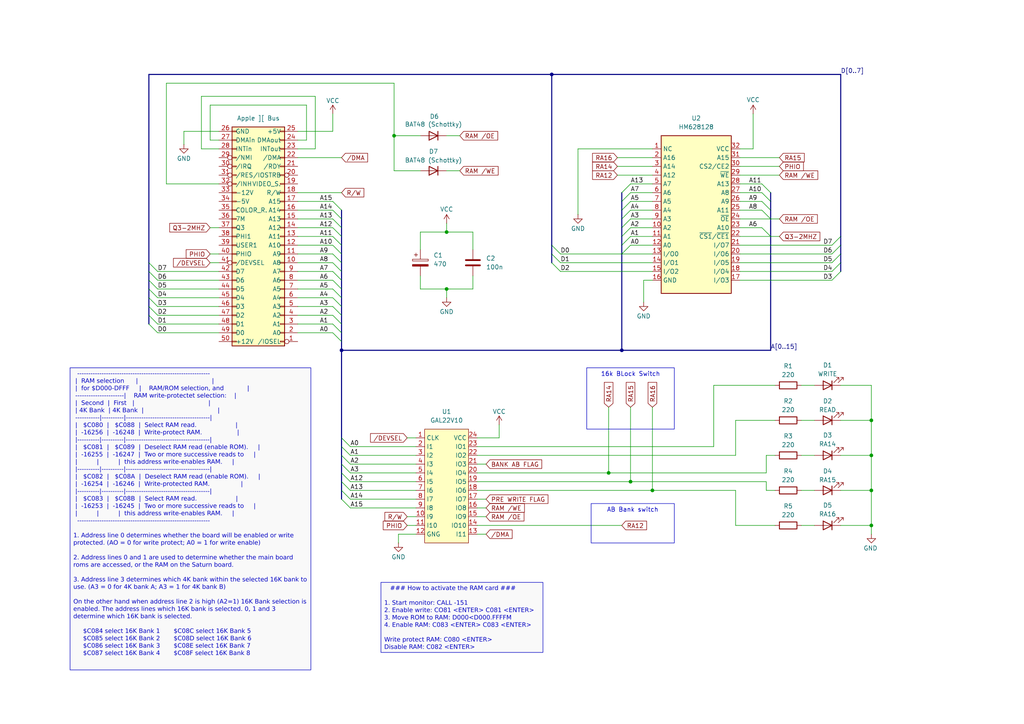
<source format=kicad_sch>
(kicad_sch (version 20250114) (generator "eeschema") (generator_version "9.0")
  (paper "A4")
  (title_block (title "APPLE ][ 128K RAM CARD GAL") (date "2025-02-23") (rev "R1"))
  (lib_symbols
    (symbol "Apple:Apple ][ Bus" (pin_names (offset 1.016))
      (property "Value" "Apple ][ Bus" (at -0.635 34.925 0))
      (symbol "Apple ][ Bus_1_1"
        (rectangle (start -7.62 31.623) (end -6.35 31.877) (stroke (width 0.1524)))
        (rectangle (start -7.62 29.083) (end -6.35 29.337) (stroke (width 0.1524)))
        (rectangle (start -7.62 26.543) (end -6.35 26.797) (stroke (width 0.1524)))
        (rectangle (start -7.62 24.003) (end -6.35 24.257) (stroke (width 0.1524)))
        (rectangle (start -7.62 21.463) (end -6.35 21.717) (stroke (width 0.1524)))
        (rectangle (start -7.62 18.923) (end -6.35 19.177) (stroke (width 0.1524)))
        (rectangle (start -7.62 16.383) (end -6.35 16.637) (stroke (width 0.1524)))
        (rectangle (start -7.62 13.843) (end -6.35 14.097) (stroke (width 0.1524)))
        (rectangle (start -7.62 11.303) (end -6.35 11.557) (stroke (width 0.1524)))
        (rectangle (start -7.62 8.763) (end -6.35 9.017) (stroke (width 0.1524)))
        (rectangle (start -7.62 6.223) (end -6.35 6.477) (stroke (width 0.1524)))
        (rectangle (start -7.62 3.683) (end -6.35 3.937) (stroke (width 0.1524)))
        (rectangle (start -7.62 1.143) (end -6.35 1.397) (stroke (width 0.1524)))
        (rectangle (start -7.62 -1.397) (end -6.35 -1.143) (stroke (width 0.1524)))
        (rectangle (start -7.62 -3.937) (end -6.35 -3.683) (stroke (width 0.1524)))
        (rectangle (start -7.62 -6.477) (end -6.35 -6.223) (stroke (width 0.1524)))
        (rectangle (start -7.62 -9.017) (end -6.35 -8.763) (stroke (width 0.1524)))
        (rectangle (start -7.62 -11.557) (end -6.35 -11.303) (stroke (width 0.1524)))
        (rectangle (start -7.62 -14.097) (end -6.35 -13.843) (stroke (width 0.1524)))
        (rectangle (start -7.62 -16.637) (end -6.35 -16.383) (stroke (width 0.1524)))
        (rectangle (start -7.62 -19.177) (end -6.35 -18.923) (stroke (width 0.1524)))
        (rectangle (start -7.62 -21.717) (end -6.35 -21.463) (stroke (width 0.1524)))
        (rectangle (start -7.62 -24.257) (end -6.35 -24.003) (stroke (width 0.1524)))
        (rectangle (start -7.62 -26.797) (end -6.35 -26.543) (stroke (width 0.1524)))
        (rectangle (start -7.62 -29.337) (end -6.35 -29.083) (stroke (width 0.1524)))
        (rectangle (start 6.35 -26.543) (end 7.62 -26.797) (stroke (width 0.1524)))
        (rectangle (start 6.35 -29.083) (end 7.62 -29.337) (stroke (width 0.1524)))
        (rectangle (start 7.62 31.623) (end 6.35 31.877) (stroke (width 0.1524)))
        (rectangle (start 7.62 29.083) (end 6.35 29.337) (stroke (width 0.1524)))
        (rectangle (start 7.62 26.543) (end 6.35 26.797) (stroke (width 0.1524)))
        (rectangle (start 7.62 24.003) (end 6.35 24.257) (stroke (width 0.1524)))
        (rectangle (start 7.62 21.463) (end 6.35 21.717) (stroke (width 0.1524)))
        (rectangle (start 7.62 18.923) (end 6.35 19.177) (stroke (width 0.1524)))
        (rectangle (start 7.62 16.383) (end 6.35 16.637) (stroke (width 0.1524)))
        (rectangle (start 7.62 13.843) (end 6.35 14.097) (stroke (width 0.1524)))
        (rectangle (start 7.62 11.303) (end 6.35 11.557) (stroke (width 0.1524)))
        (rectangle (start 7.62 8.763) (end 6.35 9.017) (stroke (width 0.1524)))
        (rectangle (start 7.62 6.223) (end 6.35 6.477) (stroke (width 0.1524)))
        (rectangle (start 7.62 3.683) (end 6.35 3.937) (stroke (width 0.1524)))
        (rectangle (start 7.62 1.143) (end 6.35 1.397) (stroke (width 0.1524)))
        (rectangle (start 7.62 -1.397) (end 6.35 -1.143) (stroke (width 0.1524)))
        (rectangle (start 7.62 -3.937) (end 6.35 -3.683) (stroke (width 0.1524)))
        (rectangle (start 7.62 -6.477) (end 6.35 -6.223) (stroke (width 0.1524)))
        (rectangle (start 7.62 -9.017) (end 6.35 -8.763) (stroke (width 0.1524)))
        (rectangle (start 7.62 -11.557) (end 6.35 -11.303) (stroke (width 0.1524)))
        (rectangle (start 7.62 -14.097) (end 6.35 -13.843) (stroke (width 0.1524)))
        (rectangle (start 7.62 -16.637) (end 6.35 -16.383) (stroke (width 0.1524)))
        (rectangle (start 7.62 -19.177) (end 6.35 -18.923) (stroke (width 0.1524)))
        (rectangle (start 7.62 -21.717) (end 6.35 -21.463) (stroke (width 0.1524)))
        (rectangle (start 7.62 -24.257) (end 6.35 -24.003) (stroke (width 0.1524)))
        (rectangle (start 7.62 -30.48) (end -7.62 33.02) (stroke (width 0.254)) (fill (type background)))
        (pin power_out line (at -11.43 31.75 0) (length 3.81) (name "GND") (number "26"))
        (pin input line (at -11.43 29.21 0) (length 3.81) (name "DMAin") (number "27"))
        (pin input line (at -11.43 26.67 0) (length 3.81) (name "INTin") (number "28"))
        (pin passive inverted (at -11.43 24.13 0) (length 3.81) (name "/NMI") (number "29"))
        (pin passive inverted (at -11.43 21.59 0) (length 3.81) (name "/IRQ") (number "30"))
        (pin passive inverted (at -11.43 19.05 0) (length 3.81) (name "/RES") (number "31"))
        (pin passive inverted (at -11.43 16.51 0) (length 3.81) (name "/INH") (number "32"))
        (pin power_out line (at -11.43 13.97 0) (length 3.81) (name "-12V") (number "33"))
        (pin power_out line (at -11.43 11.43 0) (length 3.81) (name "-5V") (number "34"))
        (pin passive line (at -11.43 8.89 0) (length 3.81) (name "COLOR_R.") (number "35"))
        (pin passive line (at -11.43 6.35 0) (length 3.81) (name "7M") (number "36"))
        (pin passive line (at -11.43 3.81 0) (length 3.81) (name "Q3") (number "37"))
        (pin passive line (at -11.43 1.27 0) (length 3.81) (name "PHI1") (number "38"))
        (pin passive line (at -11.43 -1.27 0) (length 3.81) (name "USER1") (number "39"))
        (pin passive line (at -11.43 -3.81 0) (length 3.81) (name "PHIO") (number "40"))
        (pin passive inverted (at -11.43 -6.35 0) (length 3.81) (name "/DEVSEL") (number "41"))
        (pin passive line (at -11.43 -8.89 0) (length 3.81) (name "D7") (number "42"))
        (pin passive line (at -11.43 -11.43 0) (length 3.81) (name "D6") (number "43"))
        (pin passive line (at -11.43 -13.97 0) (length 3.81) (name "D5") (number "44"))
        (pin passive line (at -11.43 -16.51 0) (length 3.81) (name "D4") (number "45"))
        (pin passive line (at -11.43 -19.05 0) (length 3.81) (name "D3") (number "46"))
        (pin passive line (at -11.43 -21.59 0) (length 3.81) (name "D2") (number "47"))
        (pin passive line (at -11.43 -24.13 0) (length 3.81) (name "D1") (number "48"))
        (pin passive line (at -11.43 -26.67 0) (length 3.81) (name "D0") (number "49"))
        (pin power_out line (at -11.43 -29.21 0) (length 3.81) (name "+12V") (number "50"))
        (pin power_out line (at 11.43 31.75 180) (length 3.81) (name "+5V") (number "25"))
        (pin output line (at 11.43 29.21 180) (length 3.81) (name "DMAout") (number "24"))
        (pin output line (at 11.43 26.67 180) (length 3.81) (name "INTout") (number "23"))
        (pin passive line (at 11.43 24.13 180) (length 3.81) (name "/DMA") (number "22"))
        (pin passive line (at 11.43 21.59 180) (length 3.81) (name "/RDY") (number "21"))
        (pin passive inverted (at 11.43 19.05 180) (length 3.81) (name "/IOSTRB") (number "20"))
        (pin passive line (at 11.43 16.51 180) (length 3.81) (name "VIDEO_S.") (number "19"))
        (pin passive line (at 11.43 13.97 180) (length 3.81) (name "R/W") (number "18"))
        (pin passive line (at 11.43 11.43 180) (length 3.81) (name "A15") (number "17"))
        (pin passive line (at 11.43 8.89 180) (length 3.81) (name "A14") (number "16"))
        (pin passive line (at 11.43 6.35 180) (length 3.81) (name "A13") (number "15"))
        (pin passive line (at 11.43 3.81 180) (length 3.81) (name "A12") (number "14"))
        (pin passive line (at 11.43 1.27 180) (length 3.81) (name "A11") (number "13"))
        (pin passive line (at 11.43 -1.27 180) (length 3.81) (name "A10") (number "12"))
        (pin passive line (at 11.43 -3.81 180) (length 3.81) (name "A9") (number "11"))
        (pin passive line (at 11.43 -6.35 180) (length 3.81) (name "A8") (number "10"))
        (pin passive line (at 11.43 -8.89 180) (length 3.81) (name "A7") (number "9"))
        (pin passive line (at 11.43 -11.43 180) (length 3.81) (name "A6") (number "8"))
        (pin passive line (at 11.43 -13.97 180) (length 3.81) (name "A5") (number "7"))
        (pin passive line (at 11.43 -16.51 180) (length 3.81) (name "A4") (number "6"))
        (pin passive line (at 11.43 -19.05 180) (length 3.81) (name "A3") (number "5"))
        (pin passive line (at 11.43 -21.59 180) (length 3.81) (name "A2") (number "4"))
        (pin passive line (at 11.43 -24.13 180) (length 3.81) (name "A1") (number "3"))
        (pin passive line (at 11.43 -26.67 180) (length 3.81) (name "A0") (number "2"))
        (pin passive inverted (at 11.43 -29.21 180) (length 3.81) (name "/IOSEL") (number "1"))
      )
    )
    (symbol "Apple:GAL22V10"
      (property "Reference" "U" (at -0.762 17.78 0))
      (property "Value" "GAL22V10" (at 0 -17.78 0))
      (symbol "GAL22V10_1_1"
        (rectangle (start -6.35 16.51) (end 6.35 -16.51) (fill (type color) (color 255 255 194 1)))
        (pin input line (at -8.89 13.97 0) (length 2.54) (name "CLK") (number "1"))
        (pin input line (at -8.89 11.43 0) (length 2.54) (name "I1") (number "2"))
        (pin input line (at -8.89 8.89 0) (length 2.54) (name "I2") (number "3"))
        (pin input line (at -8.89 6.35 0) (length 2.54) (name "I3") (number "4"))
        (pin input line (at -8.89 3.81 0) (length 2.54) (name "I4") (number "5"))
        (pin input line (at -8.89 1.27 0) (length 2.54) (name "I5") (number "6"))
        (pin input line (at -8.89 -1.27 0) (length 2.54) (name "I6") (number "7"))
        (pin input line (at -8.89 -3.81 0) (length 2.54) (name "I7") (number "8"))
        (pin input line (at -8.89 -6.35 0) (length 2.54) (name "I8") (number "9"))
        (pin input line (at -8.89 -8.89 0) (length 2.54) (name "I9") (number "10"))
        (pin input line (at -8.89 -11.43 0) (length 2.54) (name "I10") (number "11"))
        (pin power_in line (at -8.89 -13.97 0) (length 2.54) (name "GNG") (number "12"))
        (pin power_in line (at 8.89 13.97 180) (length 2.54) (name "VCC") (number "24"))
        (pin bidirectional line (at 8.89 11.43 180) (length 2.54) (name "IO1") (number "23"))
        (pin bidirectional line (at 8.89 8.89 180) (length 2.54) (name "IO2") (number "22"))
        (pin bidirectional line (at 8.89 6.35 180) (length 2.54) (name "IO3") (number "21"))
        (pin bidirectional line (at 8.89 3.81 180) (length 2.54) (name "IO4") (number "20"))
        (pin bidirectional line (at 8.89 1.27 180) (length 2.54) (name "IO5") (number "19"))
        (pin bidirectional line (at 8.89 -1.27 180) (length 2.54) (name "IO6") (number "18"))
        (pin bidirectional line (at 8.89 -3.81 180) (length 2.54) (name "IO7") (number "17"))
        (pin bidirectional line (at 8.89 -6.35 180) (length 2.54) (name "IO8") (number "16"))
        (pin bidirectional line (at 8.89 -8.89 180) (length 2.54) (name "IO9") (number "15"))
        (pin bidirectional line (at 8.89 -11.43 180) (length 2.54) (name "IO10") (number "14"))
        (pin input line (at 8.89 -13.97 180) (length 2.54) (name "I11") (number "13"))
      )
    )
    (symbol "Apple:HM628128"
      (property "Reference" "U" (at -0.762 23.876 0))
      (property "Value" "HM628128" (at 0 0 0))
      (symbol "HM628128_0_0"
        (pin power_in line (at -12.7 -19.05 0) (length 2.54) (name "GND") (number "16"))
        (pin power_in line (at 12.7 19.05 180) (length 2.54) (name "VCC") (number "32"))
      )
      (symbol "HM628128_0_1"
        (rectangle (start -10.16 22.86) (end 10.16 -22.86) (stroke (width 0.254)) (fill (type background)))
      )
      (symbol "HM628128_1_1"
        (pin input line (at -12.7 19.05 0) (length 2.54) (name "NC") (number "1"))
        (pin input line (at -12.7 16.51 0) (length 2.54) (name "A16") (number "2"))
        (pin input line (at -12.7 13.97 0) (length 2.54) (name "A14") (number "3"))
        (pin input line (at -12.7 11.43 0) (length 2.54) (name "A12") (number "4"))
        (pin input line (at -12.7 8.89 0) (length 2.54) (name "A7") (number "5"))
        (pin input line (at -12.7 6.35 0) (length 2.54) (name "A6") (number "6"))
        (pin input line (at -12.7 3.81 0) (length 2.54) (name "A5") (number "7"))
        (pin input line (at -12.7 1.27 0) (length 2.54) (name "A4") (number "8"))
        (pin input line (at -12.7 -1.27 0) (length 2.54) (name "A3") (number "9"))
        (pin input line (at -12.7 -3.81 0) (length 2.54) (name "A2") (number "10"))
        (pin input line (at -12.7 -6.35 0) (length 2.54) (name "A1") (number "11"))
        (pin input line (at -12.7 -8.89 0) (length 2.54) (name "A0") (number "12"))
        (pin tri_state line (at -12.7 -11.43 0) (length 2.54) (name "I/O0") (number "13"))
        (pin tri_state line (at -12.7 -13.97 0) (length 2.54) (name "I/O1") (number "14"))
        (pin tri_state line (at -12.7 -16.51 0) (length 2.54) (name "I/O2") (number "15"))
        (pin input line (at 12.7 16.51 180) (length 2.54) (name "A15") (number "31"))
        (pin input line (at 12.7 13.97 180) (length 2.54) (name "CS2/CE2") (number "30"))
        (pin input line (at 12.7 11.43 180) (length 2.54) (name "~{WE}") (number "29"))
        (pin input line (at 12.7 8.89 180) (length 2.54) (name "A13") (number "28"))
        (pin input line (at 12.7 6.35 180) (length 2.54) (name "A8") (number "27"))
        (pin input line (at 12.7 3.81 180) (length 2.54) (name "A9") (number "26"))
        (pin input line (at 12.7 1.27 180) (length 2.54) (name "A11") (number "25"))
        (pin input line (at 12.7 -1.27 180) (length 2.54) (name "~{OE}") (number "24"))
        (pin input line (at 12.7 -3.81 180) (length 2.54) (name "A10") (number "23"))
        (pin input line (at 12.7 -6.35 180) (length 2.54) (name "~{CS1}/~{CE1}") (number "22"))
        (pin tri_state line (at 12.7 -8.89 180) (length 2.54) (name "I/O7") (number "21"))
        (pin tri_state line (at 12.7 -11.43 180) (length 2.54) (name "I/O6") (number "20"))
        (pin tri_state line (at 12.7 -13.97 180) (length 2.54) (name "I/O5") (number "19"))
        (pin tri_state line (at 12.7 -16.51 180) (length 2.54) (name "I/O4") (number "18"))
        (pin tri_state line (at 12.7 -19.05 180) (length 2.54) (name "I/O3") (number "17"))
      )
    )
    (symbol "Device:C" (pin_numbers (hide yes)) (pin_names (offset 0.254))
      (property "Reference" "C" (at 0.635 2.54 0))
      (property "Value" "C" (at 0.635 -2.54 0))
      (symbol "C_0_1"
        (polyline (pts (xy -2.032 0.762) (xy 2.032 0.762)) (stroke (width 0.508)))
        (polyline (pts (xy -2.032 -0.762) (xy 2.032 -0.762)) (stroke (width 0.508)))
      )
      (symbol "C_1_1"
        (pin passive line (at 0 3.81 270) (length 2.794) (name "~") (number "1"))
        (pin passive line (at 0 -3.81 90) (length 2.794) (name "~") (number "2"))
      )
    )
    (symbol "Device:C_Polarized" (pin_numbers (hide yes)) (pin_names (offset 0.254))
      (property "Reference" "C" (at 0.635 2.54 0))
      (property "Value" "C_Polarized" (at 0.635 -2.54 0))
      (symbol "C_Polarized_0_1"
        (rectangle (start -2.286 0.508) (end 2.286 1.016))
        (polyline (pts (xy -1.778 2.286) (xy -0.762 2.286)))
        (polyline (pts (xy -1.27 2.794) (xy -1.27 1.778)))
        (rectangle (start 2.286 -0.508) (end -2.286 -1.016) (fill (type outline)))
      )
      (symbol "C_Polarized_1_1"
        (pin passive line (at 0 3.81 270) (length 2.794) (name "~") (number "1"))
        (pin passive line (at 0 -3.81 90) (length 2.794) (name "~") (number "2"))
      )
    )
    (symbol "Device:D" (pin_numbers (hide yes)) (pin_names (offset 1.016) (hide yes))
      (property "Reference" "D" (at 0 2.54 0))
      (property "Value" "D" (at 0 -2.54 0))
      (symbol "D_0_1"
        (polyline (pts (xy -1.27 1.27) (xy -1.27 -1.27)) (stroke (width 0.254)))
        (polyline (pts (xy 1.27 1.27) (xy 1.27 -1.27) (xy -1.27 0) (xy 1.27 1.27)) (stroke (width 0.254)))
        (polyline (pts (xy 1.27 0) (xy -1.27 0)))
      )
      (symbol "D_1_1"
        (pin passive line (at -3.81 0 0) (length 2.54) (name "K") (number "1"))
        (pin passive line (at 3.81 0 180) (length 2.54) (name "A") (number "2"))
      )
    )
    (symbol "Device:LED" (pin_numbers (hide yes)) (pin_names (offset 1.016) (hide yes))
      (property "Reference" "D" (at 0 2.54 0))
      (property "Value" "LED" (at 0 -2.54 0))
      (symbol "LED_0_1"
        (polyline (pts (xy -3.048 -0.762) (xy -4.572 -2.286) (xy -3.81 -2.286) (xy -4.572 -2.286) (xy -4.572 -1.524)))
        (polyline (pts (xy -1.778 -0.762) (xy -3.302 -2.286) (xy -2.54 -2.286) (xy -3.302 -2.286) (xy -3.302 -1.524)))
        (polyline (pts (xy -1.27 0) (xy 1.27 0)))
        (polyline (pts (xy -1.27 -1.27) (xy -1.27 1.27)) (stroke (width 0.254)))
        (polyline (pts (xy 1.27 -1.27) (xy 1.27 1.27) (xy -1.27 0) (xy 1.27 -1.27)) (stroke (width 0.254)))
      )
      (symbol "LED_1_1"
        (pin passive line (at -3.81 0 0) (length 2.54) (name "K") (number "1"))
        (pin passive line (at 3.81 0 180) (length 2.54) (name "A") (number "2"))
      )
    )
    (symbol "Device:R" (pin_numbers (hide yes)) (pin_names (offset 0))
      (property "Reference" "R" (at 2.032 0 90))
      (property "Value" "R" (at 0 0 90))
      (symbol "R_0_1"
        (rectangle (start -1.016 -2.54) (end 1.016 2.54) (stroke (width 0.254)))
      )
      (symbol "R_1_1"
        (pin passive line (at 0 3.81 270) (length 1.27) (name "~") (number "1"))
        (pin passive line (at 0 -3.81 90) (length 1.27) (name "~") (number "2"))
      )
    )
    (symbol "power:GND" (power) (pin_numbers (hide yes)) (pin_names (offset 0) (hide yes))
      (property "Value" "GND" (at 0 -3.81 0))
      (symbol "GND_0_1"
        (polyline (pts (xy 0 0) (xy 0 -1.27) (xy 1.27 -1.27) (xy 0 -2.54) (xy -1.27 -1.27) (xy 0 -1.27)))
      )
      (symbol "GND_1_1"
        (pin power_in line (at 0 0 270) (length 0) (name "~") (number "1"))
      )
    )
    (symbol "power:VCC" (power) (pin_numbers (hide yes)) (pin_names (offset 0) (hide yes))
      (property "Value" "VCC" (at 0 3.556 0))
      (symbol "VCC_0_1"
        (polyline (pts (xy -0.762 1.27) (xy 0 2.54)))
        (polyline (pts (xy 0 2.54) (xy 0.762 1.27)))
        (polyline (pts (xy 0 0) (xy 0 2.54)))
      )
      (symbol "VCC_1_1"
        (pin power_in line (at 0 0 90) (length 0) (name "~") (number "1"))
      )
    )
  )
  (text_box "16k BLock Switch" (at 170.18 106.68 0) (size 25.4 17.78) (margins 0.9525 0.9525 0.9525 0.9525) (effects (font (size 1.27 1.27)) (justify top)))
  (text_box "  ------------------------------------------------------------\n |  RAM selection      |                                      |\n |  for $D000-DFFF     |    RAM/ROM selection, and            |\n ----------------------|    RAM write-protectet selection:    |\n |  Second  |  First   |                                      |\n | 4K Bank  | 4K Bank  |                                      |\n -----------|----------|--------------------------------------|\n |   $C080  |   $C088  |  Select RAM read.                    |\n |  -16256  |  -16248  |  Write-protect RAM.                  |\n |----------|----------|--------------------------------------|\n |   $C081  |   $C089  |  Deselect RAM read (enable ROM).     |\n |  -16255  |  -16247  |  Two or more successive reads to     |\n |          |          |  this address write-enables RAM.     |\n |----------|----------|--------------------------------------|\n |   $C082  |   $C08A  |  Deselect RAM read (enable ROM).     |\n |  -16254  |  -16246  |  Write-protected RAM.                |\n |----------|----------|--------------------------------------|\n |   $C083  |   $C08B  |  Select RAM read.                    |\n |  -16253  |  -16245  |  Two or more successive reads to     |\n |          |          |  this address write-enables RAM.     |\n  ------------------------------------------------------------\n\n1. Address line 0 determines whether the board will be enabled or write protected. (AO = 0 for write protect; A0 = 1 for write enable)\n\n2. Address lines 0 and 1 are used to determine whether the main board roms are accessed, or the RAM on the Saturn board.\n\n3. Address line 3 determines which 4K bank within the selected 16K bank to use. (A3 = 0 for 4K bank A; A3 = 1 for 4K bank B)\n\nOn the other hand when address line 2 is high (A2=1) 16K Bank selection is enabled. The address lines which 16K bank is selected. 0, 1 and 3 determine which 16K bank is selected.\n\n     $C084 select 16K Bank 1       $C08C select 16K Bank 5\n     $C085 select 16K Bank 2       $C08D select 16K Bank 6\n     $C086 select 16K Bank 3       $C08E select 16K Bank 7\n     $C087 select 16K Bank 4       $C08F select 16K Bank 8" (at 20.32 106.68 0) (size 69.85 87.63) (margins 0.9525 0.9525 0.9525 0.9525) (fill (type color) (color 194 194 194 0.1)) (effects (font (size 1.27 1.27)) (justify left top)))
  (text_box "AB Bank switch" (at 171.45 146.05 0) (size 24.13 11.43) (margins 0.9525 0.9525 0.9525 0.9525) (effects (font (size 1.27 1.27)) (justify top)))
  (text_box "   ### How to activate the RAM card ###\n\n1. Start monitor: CALL -151\n2. Enable write: CO81 <ENTER> C081 <ENTER>\n3. Move ROM to RAM: D000<D000.FFFFM\n4. Enable RAM: C083 <ENTER> C083 <ENTER>\n\nWrite protect RAM: C080 <ENTER>\nDisable RAM: C082 <ENTER>" (at 110.49 168.91 0) (size 46.99 20.32) (margins 0.9525 0.9525 0.9525 0.9525) (fill (type color) (color 194 194 194 0.1)) (effects (font (size 1.27 1.27)) (justify left top)))
  (junction (at 99.06 101.6))
  (junction (at 252.73 132.08))
  (junction (at 252.73 142.24))
  (junction (at 252.73 121.92))
  (junction (at 252.73 152.4))
  (junction (at 160.02 21.59))
  (junction (at 189.23 142.24))
  (junction (at 129.54 67.31))
  (junction (at 176.53 137.16))
  (junction (at 180.34 101.6))
  (junction (at 129.54 83.82))
  (junction (at 182.88 139.7))
  (junction (at 114.3 39.37))
  (bus_entry (at 99.06 71.12) (size -2.54 -2.54))
  (bus_entry (at 99.06 129.54) (size 2.54 2.54))
  (bus_entry (at 180.34 71.12) (size 2.54 -2.54))
  (bus_entry (at 99.06 63.5) (size -2.54 -2.54))
  (bus_entry (at 99.06 132.08) (size 2.54 2.54))
  (bus_entry (at 43.18 93.98) (size 2.54 2.54))
  (bus_entry (at 180.34 60.96) (size 2.54 -2.54))
  (bus_entry (at 223.52 60.96) (size -2.54 -2.54))
  (bus_entry (at 223.52 55.88) (size -2.54 -2.54))
  (bus_entry (at 99.06 142.24) (size 2.54 2.54))
  (bus_entry (at 223.52 68.58) (size -2.54 -2.54))
  (bus_entry (at 160.02 71.12) (size 2.54 2.54))
  (bus_entry (at 223.52 58.42) (size -2.54 -2.54))
  (bus_entry (at 99.06 91.44) (size -2.54 -2.54))
  (bus_entry (at 99.06 68.58) (size -2.54 -2.54))
  (bus_entry (at 43.18 88.9) (size 2.54 2.54))
  (bus_entry (at 99.06 83.82) (size -2.54 -2.54))
  (bus_entry (at 243.84 73.66) (size -2.54 2.54))
  (bus_entry (at 180.34 66.04) (size 2.54 -2.54))
  (bus_entry (at 223.52 63.5) (size -2.54 -2.54))
  (bus_entry (at 99.06 86.36) (size -2.54 -2.54))
  (bus_entry (at 99.06 93.98) (size -2.54 -2.54))
  (bus_entry (at 99.06 127) (size 2.54 2.54))
  (bus_entry (at 99.06 73.66) (size -2.54 -2.54))
  (bus_entry (at 99.06 144.78) (size 2.54 2.54))
  (bus_entry (at 243.84 68.58) (size -2.54 2.54))
  (bus_entry (at 243.84 71.12) (size -2.54 2.54))
  (bus_entry (at 43.18 83.82) (size 2.54 2.54))
  (bus_entry (at 99.06 88.9) (size -2.54 -2.54))
  (bus_entry (at 99.06 96.52) (size -2.54 -2.54))
  (bus_entry (at 180.34 58.42) (size 2.54 -2.54))
  (bus_entry (at 243.84 76.2) (size -2.54 2.54))
  (bus_entry (at 243.84 78.74) (size -2.54 2.54))
  (bus_entry (at 99.06 66.04) (size -2.54 -2.54))
  (bus_entry (at 99.06 60.96) (size -2.54 -2.54))
  (bus_entry (at 43.18 78.74) (size 2.54 2.54))
  (bus_entry (at 160.02 76.2) (size 2.54 2.54))
  (bus_entry (at 99.06 81.28) (size -2.54 -2.54))
  (bus_entry (at 43.18 91.44) (size 2.54 2.54))
  (bus_entry (at 99.06 78.74) (size -2.54 -2.54))
  (bus_entry (at 99.06 137.16) (size 2.54 2.54))
  (bus_entry (at 180.34 55.88) (size 2.54 -2.54))
  (bus_entry (at 43.18 81.28) (size 2.54 2.54))
  (bus_entry (at 99.06 139.7) (size 2.54 2.54))
  (bus_entry (at 43.18 86.36) (size 2.54 2.54))
  (bus_entry (at 180.34 73.66) (size 2.54 -2.54))
  (bus_entry (at 99.06 76.2) (size -2.54 -2.54))
  (bus_entry (at 180.34 63.5) (size 2.54 -2.54))
  (bus_entry (at 99.06 134.62) (size 2.54 2.54))
  (bus_entry (at 180.34 68.58) (size 2.54 -2.54))
  (bus_entry (at 99.06 99.06) (size -2.54 -2.54))
  (bus_entry (at 160.02 73.66) (size 2.54 2.54))
  (bus_entry (at 43.18 76.2) (size 2.54 2.54))
  (bus (pts (xy 180.34 63.5) (xy 180.34 66.04)))
  (wire (pts (xy 189.23 76.2) (xy 162.56 76.2)))
  (wire (pts (xy 138.43 139.7) (xy 182.88 139.7)))
  (wire (pts (xy 129.54 83.82) (xy 121.92 83.82)))
  (wire (pts (xy 101.6 134.62) (xy 120.65 134.62)))
  (wire (pts (xy 86.36 83.82) (xy 96.52 83.82)))
  (wire (pts (xy 86.36 91.44) (xy 96.52 91.44)))
  (wire (pts (xy 60.96 66.04) (xy 63.5 66.04)))
  (bus (pts (xy 223.52 60.96) (xy 223.52 63.5)))
  (wire (pts (xy 88.9 30.48) (xy 88.9 40.64)))
  (wire (pts (xy 101.6 139.7) (xy 120.65 139.7)))
  (wire (pts (xy 243.84 152.4) (xy 252.73 152.4)))
  (bus (pts (xy 180.34 73.66) (xy 180.34 101.6)))
  (wire (pts (xy 252.73 132.08) (xy 252.73 142.24)))
  (wire (pts (xy 118.11 149.86) (xy 120.65 149.86)))
  (bus (pts (xy 223.52 63.5) (xy 223.52 68.58)))
  (wire (pts (xy 137.16 80.01) (xy 137.16 83.82)))
  (bus (pts (xy 99.06 93.98) (xy 99.06 96.52)))
  (wire (pts (xy 176.53 137.16) (xy 222.25 137.16)))
  (bus (pts (xy 180.34 55.88) (xy 180.34 58.42)))
  (bus (pts (xy 99.06 134.62) (xy 99.06 137.16)))
  (wire (pts (xy 182.88 66.04) (xy 189.23 66.04)))
  (bus (pts (xy 180.34 68.58) (xy 180.34 71.12)))
  (bus (pts (xy 99.06 127) (xy 99.06 129.54)))
  (wire (pts (xy 214.63 55.88) (xy 220.98 55.88)))
  (wire (pts (xy 232.41 121.92) (xy 236.22 121.92)))
  (wire (pts (xy 223.52 68.58) (xy 226.06 68.58)))
  (bus (pts (xy 99.06 68.58) (xy 99.06 71.12)))
  (wire (pts (xy 176.53 118.11) (xy 176.53 137.16)))
  (wire (pts (xy 86.36 96.52) (xy 96.52 96.52)))
  (bus (pts (xy 180.34 71.12) (xy 180.34 73.66)))
  (bus (pts (xy 99.06 78.74) (xy 99.06 81.28)))
  (wire (pts (xy 138.43 132.08) (xy 213.36 132.08)))
  (bus (pts (xy 180.34 60.96) (xy 180.34 63.5)))
  (bus (pts (xy 223.52 68.58) (xy 223.52 101.6)))
  (wire (pts (xy 214.63 45.72) (xy 226.06 45.72)))
  (wire (pts (xy 118.11 127) (xy 120.65 127)))
  (wire (pts (xy 60.96 40.64) (xy 60.96 30.48)))
  (wire (pts (xy 214.63 53.34) (xy 220.98 53.34)))
  (wire (pts (xy 162.56 73.66) (xy 180.34 73.66)))
  (wire (pts (xy 129.54 39.37) (xy 133.35 39.37)))
  (bus (pts (xy 43.18 76.2) (xy 43.18 78.74)))
  (wire (pts (xy 129.54 64.77) (xy 129.54 67.31)))
  (wire (pts (xy 88.9 40.64) (xy 86.36 40.64)))
  (bus (pts (xy 43.18 21.59) (xy 43.18 76.2)))
  (wire (pts (xy 222.25 139.7) (xy 222.25 142.24)))
  (bus (pts (xy 99.06 91.44) (xy 99.06 93.98)))
  (wire (pts (xy 101.6 132.08) (xy 120.65 132.08)))
  (wire (pts (xy 86.36 60.96) (xy 96.52 60.96)))
  (wire (pts (xy 53.34 38.1) (xy 53.34 41.91)))
  (wire (pts (xy 63.5 38.1) (xy 53.34 38.1)))
  (bus (pts (xy 43.18 21.59) (xy 160.02 21.59)))
  (wire (pts (xy 214.63 60.96) (xy 220.98 60.96)))
  (bus (pts (xy 99.06 60.96) (xy 99.06 63.5)))
  (bus (pts (xy 243.84 21.59) (xy 243.84 68.58)))
  (bus (pts (xy 99.06 88.9) (xy 99.06 91.44)))
  (wire (pts (xy 182.88 53.34) (xy 189.23 53.34)))
  (wire (pts (xy 222.25 132.08) (xy 224.79 132.08)))
  (bus (pts (xy 43.18 78.74) (xy 43.18 81.28)))
  (wire (pts (xy 121.92 83.82) (xy 121.92 80.01)))
  (bus (pts (xy 160.02 21.59) (xy 243.84 21.59)))
  (bus (pts (xy 223.52 55.88) (xy 223.52 58.42)))
  (wire (pts (xy 138.43 142.24) (xy 189.23 142.24)))
  (wire (pts (xy 223.52 63.5) (xy 226.06 63.5)))
  (wire (pts (xy 86.36 58.42) (xy 96.52 58.42)))
  (wire (pts (xy 48.26 24.13) (xy 114.3 24.13)))
  (wire (pts (xy 186.69 81.28) (xy 189.23 81.28)))
  (wire (pts (xy 214.63 48.26) (xy 226.06 48.26)))
  (wire (pts (xy 58.42 43.18) (xy 58.42 27.94)))
  (bus (pts (xy 243.84 68.58) (xy 243.84 71.12)))
  (wire (pts (xy 179.07 50.8) (xy 189.23 50.8)))
  (wire (pts (xy 214.63 66.04) (xy 220.98 66.04)))
  (wire (pts (xy 213.36 121.92) (xy 224.79 121.92)))
  (wire (pts (xy 60.96 30.48) (xy 88.9 30.48)))
  (bus (pts (xy 43.18 88.9) (xy 43.18 91.44)))
  (wire (pts (xy 60.96 73.66) (xy 63.5 73.66)))
  (bus (pts (xy 180.34 58.42) (xy 180.34 60.96)))
  (wire (pts (xy 114.3 39.37) (xy 114.3 49.53)))
  (bus (pts (xy 43.18 86.36) (xy 43.18 88.9)))
  (bus (pts (xy 99.06 137.16) (xy 99.06 139.7)))
  (bus (pts (xy 99.06 71.12) (xy 99.06 73.66)))
  (wire (pts (xy 115.57 154.94) (xy 115.57 157.48)))
  (bus (pts (xy 160.02 71.12) (xy 160.02 73.66)))
  (wire (pts (xy 182.88 71.12) (xy 189.23 71.12)))
  (wire (pts (xy 63.5 43.18) (xy 58.42 43.18)))
  (wire (pts (xy 86.36 93.98) (xy 96.52 93.98)))
  (bus (pts (xy 99.06 142.24) (xy 99.06 144.78)))
  (wire (pts (xy 86.36 86.36) (xy 96.52 86.36)))
  (wire (pts (xy 182.88 68.58) (xy 189.23 68.58)))
  (wire (pts (xy 140.97 134.62) (xy 138.43 134.62)))
  (wire (pts (xy 214.63 43.18) (xy 218.44 43.18)))
  (wire (pts (xy 207.01 111.76) (xy 224.79 111.76)))
  (wire (pts (xy 101.6 137.16) (xy 120.65 137.16)))
  (wire (pts (xy 214.63 81.28) (xy 241.3 81.28)))
  (wire (pts (xy 45.72 91.44) (xy 63.5 91.44)))
  (wire (pts (xy 214.63 78.74) (xy 241.3 78.74)))
  (wire (pts (xy 243.84 121.92) (xy 252.73 121.92)))
  (wire (pts (xy 214.63 50.8) (xy 226.06 50.8)))
  (wire (pts (xy 45.72 96.52) (xy 63.5 96.52)))
  (wire (pts (xy 214.63 63.5) (xy 223.52 63.5)))
  (wire (pts (xy 101.6 144.78) (xy 120.65 144.78)))
  (wire (pts (xy 86.36 71.12) (xy 96.52 71.12)))
  (wire (pts (xy 63.5 40.64) (xy 60.96 40.64)))
  (wire (pts (xy 213.36 142.24) (xy 213.36 152.4)))
  (bus (pts (xy 99.06 83.82) (xy 99.06 86.36)))
  (wire (pts (xy 243.84 132.08) (xy 252.73 132.08)))
  (wire (pts (xy 138.43 137.16) (xy 176.53 137.16)))
  (bus (pts (xy 243.84 76.2) (xy 243.84 78.74)))
  (wire (pts (xy 182.88 118.11) (xy 182.88 139.7)))
  (wire (pts (xy 91.44 43.18) (xy 86.36 43.18)))
  (wire (pts (xy 182.88 58.42) (xy 189.23 58.42)))
  (bus (pts (xy 180.34 101.6) (xy 223.52 101.6)))
  (bus (pts (xy 99.06 76.2) (xy 99.06 78.74)))
  (bus (pts (xy 99.06 99.06) (xy 99.06 101.6)))
  (wire (pts (xy 232.41 142.24) (xy 236.22 142.24)))
  (wire (pts (xy 252.73 142.24) (xy 252.73 152.4)))
  (wire (pts (xy 120.65 154.94) (xy 115.57 154.94)))
  (wire (pts (xy 114.3 49.53) (xy 121.92 49.53)))
  (wire (pts (xy 182.88 139.7) (xy 222.25 139.7)))
  (wire (pts (xy 207.01 129.54) (xy 207.01 111.76)))
  (wire (pts (xy 180.34 152.4) (xy 138.43 152.4)))
  (wire (pts (xy 214.63 76.2) (xy 241.3 76.2)))
  (bus (pts (xy 43.18 91.44) (xy 43.18 93.98)))
  (wire (pts (xy 63.5 53.34) (xy 48.26 53.34)))
  (wire (pts (xy 114.3 24.13) (xy 114.3 39.37)))
  (bus (pts (xy 99.06 73.66) (xy 99.06 76.2)))
  (bus (pts (xy 43.18 83.82) (xy 43.18 86.36)))
  (wire (pts (xy 179.07 45.72) (xy 189.23 45.72)))
  (wire (pts (xy 232.41 132.08) (xy 236.22 132.08)))
  (bus (pts (xy 99.06 129.54) (xy 99.06 132.08)))
  (bus (pts (xy 99.06 101.6) (xy 180.34 101.6)))
  (wire (pts (xy 45.72 81.28) (xy 63.5 81.28)))
  (bus (pts (xy 99.06 63.5) (xy 99.06 66.04)))
  (wire (pts (xy 167.64 43.18) (xy 167.64 62.23)))
  (wire (pts (xy 114.3 39.37) (xy 121.92 39.37)))
  (wire (pts (xy 243.84 142.24) (xy 252.73 142.24)))
  (wire (pts (xy 214.63 71.12) (xy 241.3 71.12)))
  (wire (pts (xy 182.88 63.5) (xy 189.23 63.5)))
  (wire (pts (xy 243.84 111.76) (xy 252.73 111.76)))
  (wire (pts (xy 252.73 111.76) (xy 252.73 121.92)))
  (bus (pts (xy 243.84 73.66) (xy 243.84 76.2)))
  (wire (pts (xy 86.36 78.74) (xy 96.52 78.74)))
  (wire (pts (xy 232.41 152.4) (xy 236.22 152.4)))
  (wire (pts (xy 232.41 111.76) (xy 236.22 111.76)))
  (wire (pts (xy 252.73 152.4) (xy 252.73 154.94)))
  (wire (pts (xy 213.36 152.4) (xy 224.79 152.4)))
  (wire (pts (xy 58.42 27.94) (xy 91.44 27.94)))
  (wire (pts (xy 167.64 43.18) (xy 189.23 43.18)))
  (wire (pts (xy 138.43 127) (xy 144.78 127)))
  (wire (pts (xy 137.16 67.31) (xy 137.16 72.39)))
  (wire (pts (xy 129.54 67.31) (xy 137.16 67.31)))
  (wire (pts (xy 86.36 45.72) (xy 99.06 45.72)))
  (wire (pts (xy 179.07 48.26) (xy 189.23 48.26)))
  (bus (pts (xy 43.18 81.28) (xy 43.18 83.82)))
  (wire (pts (xy 86.36 68.58) (xy 96.52 68.58)))
  (wire (pts (xy 118.11 152.4) (xy 120.65 152.4)))
  (wire (pts (xy 129.54 83.82) (xy 129.54 86.36)))
  (wire (pts (xy 86.36 73.66) (xy 96.52 73.66)))
  (wire (pts (xy 138.43 154.94) (xy 140.97 154.94)))
  (bus (pts (xy 99.06 81.28) (xy 99.06 83.82)))
  (wire (pts (xy 86.36 81.28) (xy 96.52 81.28)))
  (wire (pts (xy 86.36 88.9) (xy 96.52 88.9)))
  (wire (pts (xy 86.36 66.04) (xy 96.52 66.04)))
  (wire (pts (xy 189.23 142.24) (xy 213.36 142.24)))
  (bus (pts (xy 99.06 96.52) (xy 99.06 99.06)))
  (wire (pts (xy 45.72 93.98) (xy 63.5 93.98)))
  (wire (pts (xy 213.36 132.08) (xy 213.36 121.92)))
  (wire (pts (xy 162.56 78.74) (xy 189.23 78.74)))
  (wire (pts (xy 86.36 38.1) (xy 96.52 38.1)))
  (wire (pts (xy 86.36 55.88) (xy 99.06 55.88)))
  (wire (pts (xy 138.43 144.78) (xy 140.97 144.78)))
  (bus (pts (xy 99.06 132.08) (xy 99.06 134.62)))
  (wire (pts (xy 86.36 76.2) (xy 96.52 76.2)))
  (wire (pts (xy 101.6 129.54) (xy 120.65 129.54)))
  (wire (pts (xy 96.52 33.02) (xy 96.52 38.1)))
  (wire (pts (xy 48.26 53.34) (xy 48.26 24.13)))
  (wire (pts (xy 182.88 60.96) (xy 189.23 60.96)))
  (wire (pts (xy 138.43 129.54) (xy 207.01 129.54)))
  (wire (pts (xy 91.44 27.94) (xy 91.44 43.18)))
  (bus (pts (xy 223.52 58.42) (xy 223.52 60.96)))
  (wire (pts (xy 101.6 142.24) (xy 120.65 142.24)))
  (wire (pts (xy 186.69 81.28) (xy 186.69 87.63)))
  (wire (pts (xy 222.25 137.16) (xy 222.25 132.08)))
  (wire (pts (xy 45.72 83.82) (xy 63.5 83.82)))
  (wire (pts (xy 121.92 72.39) (xy 121.92 67.31)))
  (wire (pts (xy 214.63 73.66) (xy 241.3 73.66)))
  (wire (pts (xy 121.92 67.31) (xy 129.54 67.31)))
  (wire (pts (xy 218.44 33.02) (xy 218.44 43.18)))
  (bus (pts (xy 99.06 66.04) (xy 99.06 68.58)))
  (wire (pts (xy 60.96 76.2) (xy 63.5 76.2)))
  (wire (pts (xy 214.63 58.42) (xy 220.98 58.42)))
  (wire (pts (xy 182.88 55.88) (xy 189.23 55.88)))
  (wire (pts (xy 138.43 149.86) (xy 140.97 149.86)))
  (bus (pts (xy 99.06 101.6) (xy 99.06 127)))
  (wire (pts (xy 144.78 127) (xy 144.78 123.19)))
  (wire (pts (xy 137.16 83.82) (xy 129.54 83.82)))
  (wire (pts (xy 101.6 147.32) (xy 120.65 147.32)))
  (wire (pts (xy 138.43 147.32) (xy 140.97 147.32)))
  (wire (pts (xy 129.54 49.53) (xy 133.35 49.53)))
  (wire (pts (xy 189.23 118.11) (xy 189.23 142.24)))
  (wire (pts (xy 180.34 73.66) (xy 189.23 73.66)))
  (wire (pts (xy 222.25 142.24) (xy 224.79 142.24)))
  (wire (pts (xy 214.63 68.58) (xy 223.52 68.58)))
  (bus (pts (xy 180.34 66.04) (xy 180.34 68.58)))
  (bus (pts (xy 99.06 139.7) (xy 99.06 142.24)))
  (wire (pts (xy 45.72 88.9) (xy 63.5 88.9)))
  (bus (pts (xy 243.84 71.12) (xy 243.84 73.66)))
  (bus (pts (xy 160.02 21.59) (xy 160.02 71.12)))
  (wire (pts (xy 45.72 86.36) (xy 63.5 86.36)))
  (bus (pts (xy 160.02 73.66) (xy 160.02 76.2)))
  (bus (pts (xy 99.06 86.36) (xy 99.06 88.9)))
  (wire (pts (xy 252.73 121.92) (xy 252.73 132.08)))
  (wire (pts (xy 45.72 78.74) (xy 63.5 78.74)))
  (wire (pts (xy 86.36 63.5) (xy 96.52 63.5)))
  (label "A5" (at 92.71 83.82 0))
  (label "A6" (at 217.17 66.04 0))
  (label "A13" (at 101.6 142.24 0))
  (label "A9" (at 92.71 73.66 0))
  (label "A11" (at 92.71 68.58 0))
  (label "A0" (at 101.6 129.54 0))
  (label "A14" (at 92.71 60.96 0))
  (label "A6" (at 92.71 81.28 0))
  (label "A0" (at 182.88 71.12 0))
  (label "D3" (at 238.76 81.28 0))
  (label "A13" (at 182.88 53.34 0))
  (label "D4" (at 238.76 78.74 0))
  (label "A13" (at 92.71 63.5 0))
  (label "D[0..7]" (at 243.84 21.59 0))
  (label "A11" (at 217.17 53.34 0))
  (label "D6" (at 238.76 73.66 0))
  (label "A8" (at 92.71 76.2 0))
  (label "D1" (at 162.56 76.2 0))
  (label "A0" (at 92.71 96.52 0))
  (label "D4" (at 45.72 86.36 0))
  (label "A15" (at 92.71 58.42 0))
  (label "D0" (at 45.72 96.52 0))
  (label "A7" (at 92.71 78.74 0))
  (label "D1" (at 45.72 93.98 0))
  (label "A9" (at 217.17 58.42 0))
  (label "A12" (at 101.6 139.7 0))
  (label "A5" (at 182.88 58.42 0))
  (label "A15" (at 101.6 147.32 0))
  (label "D2" (at 162.56 78.74 0))
  (label "A1" (at 92.71 93.98 0))
  (label "A[0..15]" (at 223.52 101.6 0))
  (label "D7" (at 45.72 78.74 0))
  (label "A1" (at 101.6 132.08 0))
  (label "A14" (at 101.6 144.78 0))
  (label "D6" (at 45.72 81.28 0))
  (label "A3" (at 92.71 88.9 0))
  (label "A2" (at 101.6 134.62 0))
  (label "A2" (at 92.71 91.44 0))
  (label "A10" (at 92.71 71.12 0))
  (label "A3" (at 101.6 137.16 0))
  (label "A12" (at 92.71 66.04 0))
  (label "A2" (at 182.88 66.04 0))
  (label "D3" (at 45.72 88.9 0))
  (label "D2" (at 45.72 91.44 0))
  (label "D0" (at 162.56 73.66 0))
  (label "A7" (at 182.88 55.88 0))
  (label "A8" (at 217.17 60.96 0))
  (label "A3" (at 182.88 63.5 0))
  (label "D5" (at 238.76 76.2 0))
  (label "A10" (at 217.17 55.88 0))
  (label "A4" (at 92.71 86.36 0))
  (label "A4" (at 182.88 60.96 0))
  (label "D7" (at 238.76 71.12 0))
  (label "D5" (at 45.72 83.82 0))
  (label "A1" (at 182.88 68.58 0))
  (global_label "Q3-2MHZ" (shape input) (at 60.96 66.04 180) (property "Intersheetrefs" "${INTERSHEET_REFS}" (effects (hide yes))))
  (global_label "RAM {slash}WE" (shape input) (at 140.97 147.32 0) (property "Intersheetrefs" "${INTERSHEET_REFS}" (effects (hide yes))))
  (global_label "PRE WRITE FLAG" (shape input) (at 140.97 144.78 0) (property "Intersheetrefs" "${INTERSHEET_REFS}" (effects (hide yes))))
  (global_label "RA16" (shape input) (at 179.07 45.72 180) (property "Intersheetrefs" "${INTERSHEET_REFS}" (effects (hide yes))))
  (global_label "RA12" (shape input) (at 180.34 152.4 0) (property "Intersheetrefs" "${INTERSHEET_REFS}" (effects (hide yes))))
  (global_label "R{slash}W" (shape input) (at 99.06 55.88 0) (property "Intersheetrefs" "${INTERSHEET_REFS}" (effects (hide yes))))
  (global_label "RA12" (shape input) (at 179.07 50.8 180) (property "Intersheetrefs" "${INTERSHEET_REFS}" (effects (hide yes))))
  (global_label "RA16" (shape input) (at 189.23 118.11 90) (property "Intersheetrefs" "${INTERSHEET_REFS}" (effects (hide yes))))
  (global_label "PHIO" (shape input) (at 60.96 73.66 180) (property "Intersheetrefs" "${INTERSHEET_REFS}" (effects (hide yes))))
  (global_label "{slash}DMA" (shape input) (at 140.97 154.94 0) (property "Intersheetrefs" "${INTERSHEET_REFS}" (effects (hide yes))))
  (global_label "RA14" (shape input) (at 179.07 48.26 180) (property "Intersheetrefs" "${INTERSHEET_REFS}" (effects (hide yes))))
  (global_label "RA15" (shape input) (at 226.06 45.72 0) (property "Intersheetrefs" "${INTERSHEET_REFS}" (effects (hide yes))))
  (global_label "{slash}DEVSEL" (shape input) (at 60.96 76.2 180) (property "Intersheetrefs" "${INTERSHEET_REFS}" (effects (hide yes))))
  (global_label "RA14" (shape input) (at 176.53 118.11 90) (property "Intersheetrefs" "${INTERSHEET_REFS}" (effects (hide yes))))
  (global_label "R{slash}W" (shape input) (at 118.11 149.86 180) (property "Intersheetrefs" "${INTERSHEET_REFS}" (effects (hide yes))))
  (global_label "PHIO" (shape input) (at 118.11 152.4 180) (property "Intersheetrefs" "${INTERSHEET_REFS}" (effects (hide yes))))
  (global_label "RA15" (shape input) (at 182.88 118.11 90) (property "Intersheetrefs" "${INTERSHEET_REFS}" (effects (hide yes))))
  (global_label "BANK AB FLAG" (shape input) (at 140.97 134.62 0) (property "Intersheetrefs" "${INTERSHEET_REFS}" (effects (hide yes))))
  (global_label "RAM {slash}WE" (shape input) (at 226.06 50.8 0) (property "Intersheetrefs" "${INTERSHEET_REFS}" (effects (hide yes))))
  (global_label "RAM {slash}OE" (shape input) (at 226.06 63.5 0) (property "Intersheetrefs" "${INTERSHEET_REFS}" (effects (hide yes))))
  (global_label "RAM {slash}OE" (shape input) (at 133.35 39.37 0) (property "Intersheetrefs" "${INTERSHEET_REFS}" (effects (hide yes))))
  (global_label "{slash}DMA" (shape input) (at 99.06 45.72 0) (property "Intersheetrefs" "${INTERSHEET_REFS}" (effects (hide yes))))
  (global_label "RAM {slash}OE" (shape input) (at 140.97 149.86 0) (property "Intersheetrefs" "${INTERSHEET_REFS}" (effects (hide yes))))
  (global_label "RAM {slash}WE" (shape input) (at 133.35 49.53 0) (property "Intersheetrefs" "${INTERSHEET_REFS}" (effects (hide yes))))
  (global_label "Q3-2MHZ" (shape input) (at 226.06 68.58 0) (property "Intersheetrefs" "${INTERSHEET_REFS}" (effects (hide yes))))
  (global_label "PHIO" (shape input) (at 226.06 48.26 0) (property "Intersheetrefs" "${INTERSHEET_REFS}" (effects (hide yes))))
  (global_label "{slash}DEVSEL" (shape input) (at 118.11 127 180) (property "Intersheetrefs" "${INTERSHEET_REFS}" (effects (hide yes))))
  (symbol (lib_id "Device:R") (at 228.6 132.08 90) (unit 1)
    (property "Reference" "R3" (at 228.6 126.492 90))
    (property "Value" "220" (at 228.6 129.032 90))
    (property "Description" "Resistor" (effects (hide yes)))
  )
  (symbol (lib_id "Device:LED") (at 240.03 132.08 180) (unit 1)
    (property "Reference" "D3" (at 240.03 126.238 0))
    (property "Value" "RA14" (at 240.03 128.778 0))
    (property "Description" "Light emitting diode" (effects (hide yes)))
    (property "Sim.Pins" "1=K 2=A" (effects (hide yes)))
  )
  (symbol (lib_id "Device:R") (at 228.6 142.24 90) (unit 1)
    (property "Reference" "R4" (at 228.6 136.652 90))
    (property "Value" "220" (at 228.6 139.192 90))
    (property "Description" "Resistor" (effects (hide yes)))
  )
  (symbol (lib_id "Apple:Apple ][ Bus") (at 74.93 69.85 0) (unit 1)
    (property "Reference" "J1" (effects (hide yes)))
    (property "Value" "Apple ][ Bus" (at 74.93 34.29 0))
    (property "Footprint" "Apple:Apple ][ Bus" (effects (hide yes)))
    (property "Description" "Generic connector, double row, 02x25, counter clockwise pin numbering scheme (similar to DIP packge numbering), script generated (kicad-library-utils/schlib/autogen/connector/)" (effects (hide yes)))
  )
  (symbol (lib_id "power:GND") (at 186.69 87.63 0) (unit 1)
    (property "Reference" "#PWR06" (effects (hide yes)))
    (property "Value" "GND" (at 186.69 91.694 0))
    (property "Description" "Power symbol creates a global label with name \"GND\" , ground" (effects (hide yes)))
  )
  (symbol (lib_id "power:VCC") (at 144.78 123.19 0) (unit 1)
    (property "Reference" "#PWR03" (effects (hide yes)))
    (property "Value" "VCC" (at 144.78 119.38 0))
    (property "Description" "Power symbol creates a global label with name \"VCC\"" (effects (hide yes)))
  )
  (symbol (lib_id "Device:LED") (at 240.03 152.4 180) (unit 1)
    (property "Reference" "D5" (at 240.03 146.558 0))
    (property "Value" "RA16" (at 240.03 149.098 0))
    (property "Description" "Light emitting diode" (effects (hide yes)))
    (property "Sim.Pins" "1=K 2=A" (effects (hide yes)))
  )
  (symbol (lib_id "power:GND") (at 115.57 157.48 0) (unit 1)
    (property "Reference" "#PWR05" (effects (hide yes)))
    (property "Value" "GND" (at 115.57 161.544 0))
    (property "Description" "Power symbol creates a global label with name \"GND\" , ground" (effects (hide yes)))
  )
  (symbol (lib_id "power:VCC") (at 218.44 33.02 0) (unit 1)
    (property "Reference" "#PWR04" (effects (hide yes)))
    (property "Value" "VCC" (at 218.44 28.956 0))
    (property "Description" "Power symbol creates a global label with name \"VCC\"" (effects (hide yes)))
  )
  (symbol (lib_id "Device:R") (at 228.6 121.92 90) (unit 1)
    (property "Reference" "R2" (at 228.6 116.332 90))
    (property "Value" "220" (at 228.6 118.872 90))
    (property "Description" "Resistor" (effects (hide yes)))
  )
  (symbol (lib_id "Apple:HM628128") (at 201.93 62.23 0) (unit 1)
    (property "Reference" "U2" (at 201.93 34.29 0))
    (property "Value" "HM628128" (at 201.93 36.83 0))
  )
  (symbol (lib_id "Device:LED") (at 240.03 121.92 180) (unit 1)
    (property "Reference" "D2" (at 240.03 116.332 0))
    (property "Value" "READ" (at 240.03 118.872 0))
    (property "Description" "Light emitting diode" (effects (hide yes)))
    (property "Sim.Pins" "1=K 2=A" (effects (hide yes)))
  )
  (symbol (lib_id "Device:LED") (at 240.03 111.76 180) (unit 1)
    (property "Reference" "D1" (at 240.03 105.918 0))
    (property "Value" "WRITE" (at 240.03 108.458 0))
    (property "Description" "Light emitting diode" (effects (hide yes)))
    (property "Sim.Pins" "1=K 2=A" (effects (hide yes)))
  )
  (symbol (lib_id "Device:C") (at 137.16 76.2 0) (unit 1)
    (property "Reference" "C2" (at 140.97 74.9299 0) (effects (justify left)))
    (property "Value" "100n" (at 140.97 77.4699 0) (effects (justify left)))
    (property "Description" "Unpolarized capacitor" (effects (hide yes)))
  )
  (symbol (lib_id "Device:LED") (at 240.03 142.24 180) (unit 1)
    (property "Reference" "D4" (at 240.03 136.652 0))
    (property "Value" "RA15" (at 240.03 139.192 0))
    (property "Description" "Light emitting diode" (effects (hide yes)))
    (property "Sim.Pins" "1=K 2=A" (effects (hide yes)))
  )
  (symbol (lib_id "Device:D") (at 125.73 49.53 180) (unit 1)
    (property "Reference" "D7" (at 125.73 43.942 0))
    (property "Value" "BAT48 (Schottky)" (at 125.73 46.482 0))
    (property "Description" "Diode" (effects (hide yes)))
    (property "Sim.Device" "D" (effects (hide yes)))
    (property "Sim.Pins" "1=K 2=A" (effects (hide yes)))
  )
  (symbol (lib_id "power:GND") (at 252.73 154.94 0) (unit 1)
    (property "Reference" "#PWR07" (effects (hide yes)))
    (property "Value" "GND" (at 252.476 159.004 0))
    (property "Description" "Power symbol creates a global label with name \"GND\" , ground" (effects (hide yes)))
  )
  (symbol (lib_id "power:GND") (at 129.54 86.36 0) (unit 1)
    (property "Reference" "#PWR08" (effects (hide yes)))
    (property "Value" "GND" (at 129.54 90.424 0))
    (property "Description" "Power symbol creates a global label with name \"GND\" , ground" (effects (hide yes)))
  )
  (symbol (lib_id "Device:D") (at 125.73 39.37 180) (unit 1)
    (property "Reference" "D6" (at 125.984 33.782 0))
    (property "Value" "BAT48 (Schottky)" (at 125.73 36.068 0))
    (property "Description" "Diode" (effects (hide yes)))
    (property "Sim.Device" "D" (effects (hide yes)))
    (property "Sim.Pins" "1=K 2=A" (effects (hide yes)))
  )
  (symbol (lib_id "Device:C_Polarized") (at 121.92 76.2 0) (unit 1)
    (property "Reference" "C1" (at 125.73 74.0409 0) (effects (justify left)))
    (property "Value" "470" (at 125.73 76.5809 0) (effects (justify left)))
    (property "Description" "Polarized capacitor" (effects (hide yes)))
  )
  (symbol (lib_id "power:GND") (at 167.64 62.23 0) (unit 1)
    (property "Reference" "#PWR010" (effects (hide yes)))
    (property "Value" "GND" (at 167.64 66.294 0))
    (property "Description" "Power symbol creates a global label with name \"GND\" , ground" (effects (hide yes)))
  )
  (symbol (lib_id "power:GND") (at 53.34 41.91 0) (unit 1)
    (property "Reference" "#PWR01" (effects (hide yes)))
    (property "Value" "GND" (at 53.34 45.974 0))
    (property "Description" "Power symbol creates a global label with name \"GND\" , ground" (effects (hide yes)))
  )
  (symbol (lib_id "Device:R") (at 228.6 111.76 270) (unit 1)
    (property "Reference" "R1" (at 228.6 106.172 90))
    (property "Value" "220" (at 228.6 108.712 90))
    (property "Description" "Resistor" (effects (hide yes)))
  )
  (symbol (lib_id "power:VCC") (at 96.52 33.02 0) (unit 1)
    (property "Reference" "#PWR02" (effects (hide yes)))
    (property "Value" "VCC" (at 96.52 29.21 0))
    (property "Description" "Power symbol creates a global label with name \"VCC\"" (effects (hide yes)))
  )
  (symbol (lib_id "power:VCC") (at 129.54 64.77 0) (unit 1)
    (property "Reference" "#PWR09" (effects (hide yes)))
    (property "Value" "VCC" (at 129.54 60.706 0))
    (property "Description" "Power symbol creates a global label with name \"VCC\"" (effects (hide yes)))
  )
  (symbol (lib_id "Apple:GAL22V10") (at 129.54 140.97 0) (unit 1)
    (property "Reference" "U1" (at 129.54 119.38 0))
    (property "Value" "GAL22V10" (at 129.54 121.92 0))
  )
  (symbol (lib_id "Device:R") (at 228.6 152.4 90) (unit 1)
    (property "Reference" "R5" (at 228.6 146.812 90))
    (property "Value" "220" (at 228.6 149.352 90))
    (property "Description" "Resistor" (effects (hide yes)))
  )
)
</source>
